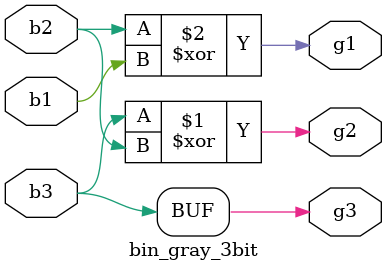
<source format=v>
`timescale 1ns / 1ps


module bin_gray_3bit(
    input b3,
    input b2,
    input b1,
    output g3,
    output g2,
    output g1
    );
    
    assign g3 = b3;
    assign g2 = b3 ^ b2;
    assign g1 = b2 ^ b1;
    
    
endmodule

</source>
